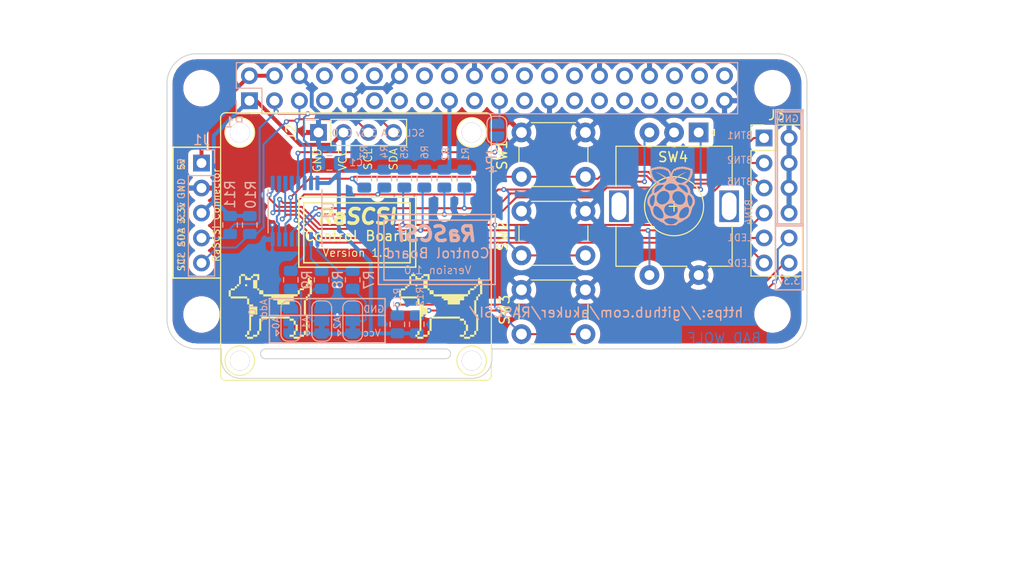
<source format=kicad_pcb>
(kicad_pcb (version 20171130) (host pcbnew "(5.1.12)-1")
  (title_block (date "15 nov 2012"))
  (layers (0 F.Cu signal) (31 B.Cu signal) (34 B.Paste user) (35 F.Paste user) (36 B.SilkS user) (37 F.SilkS user) (38 B.Mask user) (39 F.Mask user) (44 Edge.Cuts user))
  (net 0 "")
  (net 1 +3V3)
  (net 2 +5V)
  (net 3 GND)
  (net 4 "/GPIO2(SDA1)")
  (net 5 "/GPIO3(SCL1)")
  (net 6 "/GPIO9(SPI0_MISO)")
  (net 7 "Net-(JP2-Pad2)")
  (net 8 "Net-(JP3-Pad2)")
  (net 9 /BUTTON_1)
  (net 10 /BUTTON_2)
  (net 11 /BUTTON_3)
  (net 12 /ROTARY_ENC_B)
  (net 13 /ROTARY_ENC_A)
  (net 14 /BUTTON_4)
  (net 15 "Net-(R7-Pad2)")
  (net 16 "Net-(R8-Pad2)")
  (net 17 "Net-(R9-Pad2)")
  (net 18 "Net-(JP1-Pad2)")
  (net 19 "Net-(JP4-Pad1)")
  (net 20 "Net-(J3-Pad12)")
  (net 21 /LED_2)
  (net 22 "Net-(J3-Pad10)")
  (net 23 /LED_1)
  (net 24 "/GPIO21(SPI1_SCK)")
  (net 25 "/GPIO20(SPI1_MOSI)")
  (net 26 /GPIO26)
  (net 27 /GPIO16)
  (net 28 "/GPIO19(SPI1_MISO)")
  (net 29 "/GPIO13(PWM1)")
  (net 30 "/GPIO12(PWM0)")
  (net 31 /GPIO6)
  (net 32 /GPIO5)
  (net 33 /ID_SC)
  (net 34 /ID_SD)
  (net 35 "/GPIO7(SPI1_CE_N)")
  (net 36 "/GPIO8(SPI0_CE_N)")
  (net 37 "/GPIO11(SPI0_SCK)")
  (net 38 "/GPIO25(GEN6)")
  (net 39 "/GPIO10(SPI0_MOSI)")
  (net 40 "/GPIO24(GEN5)")
  (net 41 "/GPIO23(GEN4)")
  (net 42 "/GPIO22(GEN3)")
  (net 43 "/GPIO27(GEN2)")
  (net 44 "/GPIO18(GEN1)(PWM0)")
  (net 45 "/GPIO17(GEN0)")
  (net 46 "/GPIO15(RXD0)")
  (net 47 "/GPIO14(TXD0)")
  (net 48 "/GPIO4(GCLK)")
  (module mousebites:dogcow (layer F.Cu) (at 227.8 119.7)
    (fp_text reference G*** hide)
    (fp_text value LOGO hide)
  )
  (module mousebites:pi_logo (layer B.Cu) (at 251.2 108.5 180)
    (fp_text reference G*** hide)
    (fp_text value LOGO hide)
  )
  (module mousebites:dogcow (layer F.Cu) (at 210.5 119.7)
    (fp_text reference G*** hide)
    (fp_text value LOGO hide)
  )
  (module mousebites:OLED_Footprint (layer F.Cu) (at 223 102 270)
    (fp_text reference J2 (at 0 10.39 90) (layer F.SilkS))
    (fp_text value "OLED Connector")
    (fp_text user GND (at 2.825738 7.747 90) (layer F.SilkS) (effects (font (size 0.8 0.8) (thickness 0.1))))
    (fp_text user VCC (at 2.749548 5.164666 90) (layer F.SilkS) (effects (font (size 0.8 0.8) (thickness 0.1))))
    (fp_text user SCL (at 2.711453 2.582333 90) (layer F.SilkS) (effects (font (size 0.8 0.8) (thickness 0.1))))
    (fp_text user SDA (at 2.7305 0 90) (layer F.SilkS) (effects (font (size 0.8 0.8) (thickness 0.1))))
    (pad 5 thru_hole circle (at 23.2 15.61 270) (size 2 2) (drill 2) (layers *.Cu *.Mask))
    (pad 5 thru_hole circle (at 23.2 -7.94 270) (size 2 2) (drill 2) (layers *.Cu *.Mask))
    (pad 5 thru_hole circle (at 0 15.61 270) (size 2 2) (drill 2) (layers *.Cu *.Mask))
    (pad 5 thru_hole circle (at 0 -7.94 270) (size 2 2) (drill 2) (layers *.Cu *.Mask))
    (pad 1 thru_hole rect (at 0 7.62 90) (size 1.7 1.7) (drill 1) (layers *.Cu *.Mask) (net 3 GND))
    (pad 2 thru_hole oval (at 0 5.08 90) (size 1.7 1.7) (drill 1) (layers *.Cu *.Mask) (net 1 +3V3))
    (pad 3 thru_hole oval (at 0 2.54 90) (size 1.7 1.7) (drill 1) (layers *.Cu *.Mask) (net 5 "/GPIO3(SCL1)"))
    (pad 4 thru_hole oval (at 0 0 90) (size 1.7 1.7) (drill 1) (layers *.Cu *.Mask) (net 4 "/GPIO2(SDA1)"))
  )
  (module Connector_PinHeader_2.54mm:PinHeader_2x06_P2.54mm_Vertical (layer F.Cu) (at 260.6425 102.5655)
    (fp_text reference J3 (at 1.27 -2.33) (layer F.SilkS))
    (fp_text value Conn_02x06_Odd_Even)
    (pad 12 thru_hole oval (at 2.54 12.7) (size 1.7 1.7) (drill 1) (layers *.Cu *.Mask) (net 20 "Net-(J3-Pad12)"))
    (pad 11 thru_hole oval (at 0 12.7) (size 1.7 1.7) (drill 1) (layers *.Cu *.Mask) (net 21 /LED_2))
    (pad 10 thru_hole oval (at 2.54 10.16) (size 1.7 1.7) (drill 1) (layers *.Cu *.Mask) (net 22 "Net-(J3-Pad10)"))
    (pad 9 thru_hole oval (at 0 10.16) (size 1.7 1.7) (drill 1) (layers *.Cu *.Mask) (net 23 /LED_1))
    (pad 8 thru_hole oval (at 2.54 7.62) (size 1.7 1.7) (drill 1) (layers *.Cu *.Mask) (net 3 GND))
    (pad 7 thru_hole oval (at 0 7.62) (size 1.7 1.7) (drill 1) (layers *.Cu *.Mask) (net 14 /BUTTON_4))
    (pad 6 thru_hole oval (at 2.54 5.08) (size 1.7 1.7) (drill 1) (layers *.Cu *.Mask) (net 3 GND))
    (pad 5 thru_hole oval (at 0 5.08) (size 1.7 1.7) (drill 1) (layers *.Cu *.Mask) (net 11 /BUTTON_3))
    (pad 4 thru_hole oval (at 2.54 2.54) (size 1.7 1.7) (drill 1) (layers *.Cu *.Mask) (net 3 GND))
    (pad 3 thru_hole oval (at 0 2.54) (size 1.7 1.7) (drill 1) (layers *.Cu *.Mask) (net 10 /BUTTON_2))
    (pad 2 thru_hole oval (at 2.54 0) (size 1.7 1.7) (drill 1) (layers *.Cu *.Mask) (net 3 GND))
    (pad 1 thru_hole rect (at 0 0) (size 1.7 1.7) (drill 1) (layers *.Cu *.Mask) (net 9 /BUTTON_1))
  )
  (module Package_SO:TSSOP-16_4.4x5mm_P0.65mm (layer B.Cu) (at 213 110 90)
    (fp_text reference U1 (at 0 3.45 90) (layer B.SilkS) (effects (justify mirror)))
    (fp_text value PCA9554APW,118)
    (pad 16 smd roundrect (at 2.8625 2.275 90) (size 1.475 0.4) (layers B.Cu B.Paste B.Mask) (net 1 +3V3))
    (pad 15 smd roundrect (at 2.8625 1.625 90) (size 1.475 0.4) (layers B.Cu B.Paste B.Mask) (net 4 "/GPIO2(SDA1)"))
    (pad 14 smd roundrect (at 2.8625 0.975 90) (size 1.475 0.4) (layers B.Cu B.Paste B.Mask) (net 5 "/GPIO3(SCL1)"))
    (pad 13 smd roundrect (at 2.8625 0.325 90) (size 1.475 0.4) (layers B.Cu B.Paste B.Mask) (net 19 "Net-(JP4-Pad1)"))
    (pad 12 smd roundrect (at 2.8625 -0.325 90) (size 1.475 0.4) (layers B.Cu B.Paste B.Mask) (net 21 /LED_2))
    (pad 11 smd roundrect (at 2.8625 -0.975 90) (size 1.475 0.4) (layers B.Cu B.Paste B.Mask) (net 23 /LED_1))
    (pad 10 smd roundrect (at 2.8625 -1.625 90) (size 1.475 0.4) (layers B.Cu B.Paste B.Mask) (net 14 /BUTTON_4))
    (pad 9 smd roundrect (at 2.8625 -2.275 90) (size 1.475 0.4) (layers B.Cu B.Paste B.Mask) (net 11 /BUTTON_3))
    (pad 8 smd roundrect (at -2.8625 -2.275 90) (size 1.475 0.4) (layers B.Cu B.Paste B.Mask) (net 3 GND))
    (pad 7 smd roundrect (at -2.8625 -1.625 90) (size 1.475 0.4) (layers B.Cu B.Paste B.Mask) (net 10 /BUTTON_2))
    (pad 6 smd roundrect (at -2.8625 -0.975 90) (size 1.475 0.4) (layers B.Cu B.Paste B.Mask) (net 9 /BUTTON_1))
    (pad 5 smd roundrect (at -2.8625 -0.325 90) (size 1.475 0.4) (layers B.Cu B.Paste B.Mask) (net 12 /ROTARY_ENC_B))
    (pad 4 smd roundrect (at -2.8625 0.325 90) (size 1.475 0.4) (layers B.Cu B.Paste B.Mask) (net 13 /ROTARY_ENC_A))
    (pad 3 smd roundrect (at -2.8625 0.975 90) (size 1.475 0.4) (layers B.Cu B.Paste B.Mask) (net 17 "Net-(R9-Pad2)"))
    (pad 2 smd roundrect (at -2.8625 1.625 90) (size 1.475 0.4) (layers B.Cu B.Paste B.Mask) (net 16 "Net-(R8-Pad2)"))
    (pad 1 smd roundrect (at -2.8625 2.275 90) (size 1.475 0.4) (layers B.Cu B.Paste B.Mask) (net 15 "Net-(R7-Pad2)"))
  )
  (module Jumper:SolderJumper-3_P1.3mm_Bridged12_RoundedPad1.0x1.5mm (layer B.Cu) (at 212.573 121.171 90)
    (fp_text reference JP3 hide)
    (fp_text value SolderJumper_3_Bridged12)
    (fp_poly (pts (xy -0.9 0.3) (xy -0.4 0.3) (xy -0.4 -0.3) (xy -0.9 -0.3)) (layer B.Cu) (width 0))
    (pad 1 smd custom (at -1.3 0 90) (size 1 0.5) (layers B.Cu B.Mask) (net 1 +3V3) (options (clearance outline) (anchor rect)) (primitives (gr_circle (center 0 -0.25) (end 0.5 -0.25) (width 0)) (gr_circle (center 0 0.25) (end 0.5 0.25) (width 0)) (gr_poly (pts (xy 0.55 0.75) (xy 0 0.75) (xy 0 -0.75) (xy 0.55 -0.75)) (width 0))))
    (pad 2 smd rect (at 0 0 90) (size 1 1.5) (layers B.Cu B.Mask) (net 8 "Net-(JP3-Pad2)"))
    (pad 3 smd custom (at 1.3 0 90) (size 1 0.5) (layers B.Cu B.Mask) (net 3 GND) (options (clearance outline) (anchor rect)) (primitives (gr_circle (center 0 -0.25) (end 0.5 -0.25) (width 0)) (gr_circle (center 0 0.25) (end 0.5 0.25) (width 0)) (gr_poly (pts (xy -0.55 0.75) (xy 0 0.75) (xy 0 -0.75) (xy -0.55 -0.75)) (width 0))))
  )
  (module Jumper:SolderJumper-3_P1.3mm_Bridged12_RoundedPad1.0x1.5mm (layer B.Cu) (at 215.71625 121.171 90)
    (fp_text reference JP2 hide)
    (fp_text value SolderJumper_3_Bridged12)
    (fp_poly (pts (xy -0.9 0.3) (xy -0.4 0.3) (xy -0.4 -0.3) (xy -0.9 -0.3)) (layer B.Cu) (width 0))
    (pad 1 smd custom (at -1.3 0 90) (size 1 0.5) (layers B.Cu B.Mask) (net 1 +3V3) (options (clearance outline) (anchor rect)) (primitives (gr_circle (center 0 -0.25) (end 0.5 -0.25) (width 0)) (gr_circle (center 0 0.25) (end 0.5 0.25) (width 0)) (gr_poly (pts (xy 0.55 0.75) (xy 0 0.75) (xy 0 -0.75) (xy 0.55 -0.75)) (width 0))))
    (pad 2 smd rect (at 0 0 90) (size 1 1.5) (layers B.Cu B.Mask) (net 7 "Net-(JP2-Pad2)"))
    (pad 3 smd custom (at 1.3 0 90) (size 1 0.5) (layers B.Cu B.Mask) (net 3 GND) (options (clearance outline) (anchor rect)) (primitives (gr_circle (center 0 -0.25) (end 0.5 -0.25) (width 0)) (gr_circle (center 0 0.25) (end 0.5 0.25) (width 0)) (gr_poly (pts (xy -0.55 0.75) (xy 0 0.75) (xy 0 -0.75) (xy -0.55 -0.75)) (width 0))))
  )
  (module Jumper:SolderJumper-3_P1.3mm_Bridged12_RoundedPad1.0x1.5mm (layer B.Cu) (at 218.8595 121.171 90)
    (fp_text reference JP1 hide)
    (fp_text value SolderJumper_3_Bridged12)
    (fp_poly (pts (xy -0.9 0.3) (xy -0.4 0.3) (xy -0.4 -0.3) (xy -0.9 -0.3)) (layer B.Cu) (width 0))
    (pad 1 smd custom (at -1.3 0 90) (size 1 0.5) (layers B.Cu B.Mask) (net 1 +3V3) (options (clearance outline) (anchor rect)) (primitives (gr_circle (center 0 -0.25) (end 0.5 -0.25) (width 0)) (gr_circle (center 0 0.25) (end 0.5 0.25) (width 0)) (gr_poly (pts (xy 0.55 0.75) (xy 0 0.75) (xy 0 -0.75) (xy 0.55 -0.75)) (width 0))))
    (pad 2 smd rect (at 0 0 90) (size 1 1.5) (layers B.Cu B.Mask) (net 18 "Net-(JP1-Pad2)"))
    (pad 3 smd custom (at 1.3 0 90) (size 1 0.5) (layers B.Cu B.Mask) (net 3 GND) (options (clearance outline) (anchor rect)) (primitives (gr_circle (center 0 -0.25) (end 0.5 -0.25) (width 0)) (gr_circle (center 0 0.25) (end 0.5 0.25) (width 0)) (gr_poly (pts (xy -0.55 0.75) (xy 0 0.75) (xy 0 -0.75) (xy -0.55 -0.75)) (width 0))))
  )
  (module Resistor_SMD:R_0805_2012Metric (layer B.Cu) (at 228.167615 106.693 270)
    (fp_text reference R2 (at -2.493 -0.132385 90) (layer B.SilkS) (effects (font (size 0.7 0.7) (thickness 0.1)) (justify mirror)))
    (fp_text value 10k)
    (pad 2 smd roundrect (at 0.9125 0 270) (size 1.025 1.4) (layers B.Cu B.Paste B.Mask) (roundrect_rratio 0.2439004878048781) (net 13 /ROTARY_ENC_A))
    (pad 1 smd roundrect (at -0.9125 0 270) (size 1.025 1.4) (layers B.Cu B.Paste B.Mask) (roundrect_rratio 0.2439004878048781) (net 1 +3V3))
  )
  (module Resistor_SMD:R_0805_2012Metric (layer B.Cu) (at 230.2 106.693 270)
    (fp_text reference R1 (at -2.493 -0.1 270) (layer B.SilkS) (effects (font (size 0.7 0.7) (thickness 0.1)) (justify mirror)))
    (fp_text value 10k)
    (pad 2 smd roundrect (at 0.9125 0 270) (size 1.025 1.4) (layers B.Cu B.Paste B.Mask) (roundrect_rratio 0.2439004878048781) (net 12 /ROTARY_ENC_B))
    (pad 1 smd roundrect (at -0.9125 0 270) (size 1.025 1.4) (layers B.Cu B.Paste B.Mask) (roundrect_rratio 0.2439004878048781) (net 1 +3V3))
  )
  (module Resistor_SMD:R_0805_2012Metric (layer B.Cu) (at 223.391501 121.507 270)
    (fp_text reference R13 (at -2.707 -0.008499 90) (layer B.SilkS) (effects (font (size 0.7 0.7) (thickness 0.1)) (justify mirror)))
    (fp_text value 10k)
    (pad 2 smd roundrect (at 0.9125 0 270) (size 1.025 1.4) (layers B.Cu B.Paste B.Mask) (roundrect_rratio 0.2439004878048781) (net 1 +3V3))
    (pad 1 smd roundrect (at -0.9125 0 270) (size 1.025 1.4) (layers B.Cu B.Paste B.Mask) (roundrect_rratio 0.2439004878048781) (net 20 "Net-(J3-Pad12)"))
  )
  (module Resistor_SMD:R_0805_2012Metric (layer B.Cu) (at 225.365585 121.507 270)
    (fp_text reference R12 (at -2.807 -0.334415 270) (layer B.SilkS) (effects (font (size 0.7 0.7) (thickness 0.1)) (justify mirror)))
    (fp_text value 10k)
    (pad 2 smd roundrect (at 0.9125 0 270) (size 1.025 1.4) (layers B.Cu B.Paste B.Mask) (roundrect_rratio 0.2439004878048781) (net 1 +3V3))
    (pad 1 smd roundrect (at -0.9125 0 270) (size 1.025 1.4) (layers B.Cu B.Paste B.Mask) (roundrect_rratio 0.2439004878048781) (net 22 "Net-(J3-Pad10)"))
  )
  (module Resistor_SMD:R_0805_2012Metric (layer B.Cu) (at 206.4 111.4 270)
    (fp_text reference R11 (at -3.1 0 90) (layer B.SilkS) (effects (justify mirror)))
    (fp_text value 10k)
    (pad 2 smd roundrect (at 0.9125 0 270) (size 1.025 1.4) (layers B.Cu B.Paste B.Mask) (roundrect_rratio 0.2439004878048781) (net 4 "/GPIO2(SDA1)"))
    (pad 1 smd roundrect (at -0.9125 0 270) (size 1.025 1.4) (layers B.Cu B.Paste B.Mask) (roundrect_rratio 0.2439004878048781) (net 1 +3V3))
  )
  (module Resistor_SMD:R_0805_2012Metric (layer B.Cu) (at 208.4 111.4 90)
    (fp_text reference R10 (at 3.081 0.1 90) (layer B.SilkS) (effects (justify mirror)))
    (fp_text value 10k)
    (pad 2 smd roundrect (at 0.9125 0 90) (size 1.025 1.4) (layers B.Cu B.Paste B.Mask) (roundrect_rratio 0.2439004878048781) (net 1 +3V3))
    (pad 1 smd roundrect (at -0.9125 0 90) (size 1.025 1.4) (layers B.Cu B.Paste B.Mask) (roundrect_rratio 0.2439004878048781) (net 5 "/GPIO3(SCL1)"))
  )
  (module Capacitor_SMD:C_0805_2012Metric (layer B.Cu) (at 216.5 105.1 180)
    (fp_text reference C1 (at -2.713 0.034) (layer B.SilkS) (effects (font (size 0.7 0.7) (thickness 0.1)) (justify mirror)))
    (fp_text value 100n)
    (pad 2 smd roundrect (at 0.95 0 180) (size 1 1.45) (layers B.Cu B.Paste B.Mask) (net 3 GND))
    (pad 1 smd roundrect (at -0.95 0 180) (size 1 1.45) (layers B.Cu B.Paste B.Mask) (net 1 +3V3))
  )
  (module Rotary_Encoder:RotaryEncoder_Alps_EC11E-Switch_Vertical_H20mm (layer F.Cu) (at 254 102 270)
    (fp_text reference SW4 (at 2.5 2.6 180) (layer F.SilkS))
    (fp_text value Rotary_Encoder_Switch)
    (pad A thru_hole rect (at 0 0 270) (size 2 2) (drill 1) (layers *.Cu *.Mask) (net 13 /ROTARY_ENC_A))
    (pad C thru_hole circle (at 0 2.5 270) (size 2 2) (drill 1) (layers *.Cu *.Mask) (net 3 GND))
    (pad B thru_hole circle (at 0 5 270) (size 2 2) (drill 1) (layers *.Cu *.Mask) (net 12 /ROTARY_ENC_B))
    (pad MP thru_hole rect (at 7.5 -3.1 270) (size 3.2 2) (drill oval 2.8 1.5) (layers *.Cu *.Mask))
    (pad MP thru_hole rect (at 7.5 8.1 270) (size 3.2 2) (drill oval 2.8 1.5) (layers *.Cu *.Mask))
    (pad S2 thru_hole circle (at 14.5 0 270) (size 2 2) (drill 1) (layers *.Cu *.Mask) (net 3 GND))
    (pad S1 thru_hole circle (at 14.5 5 270) (size 2 2) (drill 1) (layers *.Cu *.Mask) (net 14 /BUTTON_4))
  )
  (module Button_Switch_THT:SW_PUSH_6mm_H5mm (layer F.Cu) (at 236 118)
    (fp_text reference SW3 (at -1.7145 2.032 90) (layer F.SilkS))
    (fp_text value SW_SPST)
    (pad 1 thru_hole circle (at 6.5 0 90) (size 2 2) (drill 1.1) (layers *.Cu *.Mask) (net 3 GND))
    (pad 2 thru_hole circle (at 6.5 4.5 90) (size 2 2) (drill 1.1) (layers *.Cu *.Mask) (net 11 /BUTTON_3))
    (pad 1 thru_hole circle (at 0 0 90) (size 2 2) (drill 1.1) (layers *.Cu *.Mask) (net 3 GND))
    (pad 2 thru_hole circle (at 0 4.5 90) (size 2 2) (drill 1.1) (layers *.Cu *.Mask) (net 11 /BUTTON_3))
  )
  (module Button_Switch_THT:SW_PUSH_6mm_H5mm (layer F.Cu) (at 236 110)
    (fp_text reference SW2 (at -1.905 2.54 90) (layer F.SilkS))
    (fp_text value SW_SPST)
    (pad 1 thru_hole circle (at 6.5 0 90) (size 2 2) (drill 1.1) (layers *.Cu *.Mask) (net 3 GND))
    (pad 2 thru_hole circle (at 6.5 4.5 90) (size 2 2) (drill 1.1) (layers *.Cu *.Mask) (net 10 /BUTTON_2))
    (pad 1 thru_hole circle (at 0 0 90) (size 2 2) (drill 1.1) (layers *.Cu *.Mask) (net 3 GND))
    (pad 2 thru_hole circle (at 0 4.5 90) (size 2 2) (drill 1.1) (layers *.Cu *.Mask) (net 10 /BUTTON_2))
  )
  (module Button_Switch_THT:SW_PUSH_6mm_H5mm (layer F.Cu) (at 236 102)
    (fp_text reference SW1 (at -1.9685 2.286 90) (layer F.SilkS))
    (fp_text value SW_SPST)
    (pad 1 thru_hole circle (at 6.5 0 90) (size 2 2) (drill 1.1) (layers *.Cu *.Mask) (net 3 GND))
    (pad 2 thru_hole circle (at 6.5 4.5 90) (size 2 2) (drill 1.1) (layers *.Cu *.Mask) (net 9 /BUTTON_1))
    (pad 1 thru_hole circle (at 0 0 90) (size 2 2) (drill 1.1) (layers *.Cu *.Mask) (net 3 GND))
    (pad 2 thru_hole circle (at 0 4.5 90) (size 2 2) (drill 1.1) (layers *.Cu *.Mask) (net 9 /BUTTON_1))
  )
  (module Resistor_SMD:R_0805_2012Metric (layer B.Cu) (at 212.573 116.98 90)
    (fp_text reference R9 (at 0 1.65 90) (layer B.SilkS) (effects (justify mirror)))
    (fp_text value 10k)
    (pad 2 smd roundrect (at 0.9125 0 90) (size 1.025 1.4) (layers B.Cu B.Paste B.Mask) (roundrect_rratio 0.2439004878048781) (net 17 "Net-(R9-Pad2)"))
    (pad 1 smd roundrect (at -0.9125 0 90) (size 1.025 1.4) (layers B.Cu B.Paste B.Mask) (roundrect_rratio 0.2439004878048781) (net 8 "Net-(JP3-Pad2)"))
  )
  (module Resistor_SMD:R_0805_2012Metric (layer B.Cu) (at 215.7 116.98 90)
    (fp_text reference R8 (at 0 1.65 90) (layer B.SilkS) (effects (justify mirror)))
    (fp_text value 10k)
    (pad 2 smd roundrect (at 0.9125 0 90) (size 1.025 1.4) (layers B.Cu B.Paste B.Mask) (roundrect_rratio 0.2439004878048781) (net 16 "Net-(R8-Pad2)"))
    (pad 1 smd roundrect (at -0.9125 0 90) (size 1.025 1.4) (layers B.Cu B.Paste B.Mask) (roundrect_rratio 0.2439004878048781) (net 7 "Net-(JP2-Pad2)"))
  )
  (module Resistor_SMD:R_0805_2012Metric (layer B.Cu) (at 218.8595 116.98 90)
    (fp_text reference R7 (at 0 1.65 90) (layer B.SilkS) (effects (justify mirror)))
    (fp_text value 10k)
    (pad 2 smd roundrect (at 0.9125 0 90) (size 1.025 1.4) (layers B.Cu B.Paste B.Mask) (roundrect_rratio 0.2439004878048781) (net 15 "Net-(R7-Pad2)"))
    (pad 1 smd roundrect (at -0.9125 0 90) (size 1.025 1.4) (layers B.Cu B.Paste B.Mask) (roundrect_rratio 0.2439004878048781) (net 18 "Net-(JP1-Pad2)"))
  )
  (module Resistor_SMD:R_0805_2012Metric (layer B.Cu) (at 226.135232 106.693 270)
    (fp_text reference R6 (at -2.693 -0.039668 90) (layer B.SilkS) (effects (font (size 0.7 0.7) (thickness 0.1)) (justify mirror)))
    (fp_text value 10k)
    (pad 2 smd roundrect (at 0.9125 0 270) (size 1.025 1.4) (layers B.Cu B.Paste B.Mask) (roundrect_rratio 0.2439004878048781) (net 14 /BUTTON_4))
    (pad 1 smd roundrect (at -0.9125 0 270) (size 1.025 1.4) (layers B.Cu B.Paste B.Mask) (roundrect_rratio 0.2439004878048781) (net 1 +3V3))
  )
  (module Resistor_SMD:R_0805_2012Metric (layer B.Cu) (at 224.102849 106.693 270)
    (fp_text reference R5 (at -2.693 -0.013751 90) (layer B.SilkS) (effects (font (size 0.7 0.7) (thickness 0.1)) (justify mirror)))
    (fp_text value 10k)
    (pad 2 smd roundrect (at 0.9125 0 270) (size 1.025 1.4) (layers B.Cu B.Paste B.Mask) (roundrect_rratio 0.2439004878048781) (net 11 /BUTTON_3))
    (pad 1 smd roundrect (at -0.9125 0 270) (size 1.025 1.4) (layers B.Cu B.Paste B.Mask) (roundrect_rratio 0.2439004878048781) (net 1 +3V3))
  )
  (module Resistor_SMD:R_0805_2012Metric (layer B.Cu) (at 222.070466 106.693 270)
    (fp_text reference R4 (at -2.7305 0.012166 270) (layer B.SilkS) (effects (font (size 0.7 0.7) (thickness 0.1)) (justify mirror)))
    (fp_text value 10k)
    (pad 2 smd roundrect (at 0.9125 0 270) (size 1.025 1.4) (layers B.Cu B.Paste B.Mask) (roundrect_rratio 0.2439004878048781) (net 10 /BUTTON_2))
    (pad 1 smd roundrect (at -0.9125 0 270) (size 1.025 1.4) (layers B.Cu B.Paste B.Mask) (roundrect_rratio 0.2439004878048781) (net 1 +3V3))
  )
  (module Resistor_SMD:R_0805_2012Metric (layer B.Cu) (at 220.038083 106.693 270)
    (fp_text reference R3 (at -2.693 0.038083 90) (layer B.SilkS) (effects (font (size 0.7 0.7) (thickness 0.1)) (justify mirror)))
    (fp_text value 10k)
    (pad 2 smd roundrect (at 0.9125 0 270) (size 1.025 1.4) (layers B.Cu B.Paste B.Mask) (roundrect_rratio 0.2439004878048781) (net 9 /BUTTON_1))
    (pad 1 smd roundrect (at -0.9125 0 270) (size 1.025 1.4) (layers B.Cu B.Paste B.Mask) (roundrect_rratio 0.2439004878048781) (net 1 +3V3))
  )
  (module Jumper:SolderJumper-2_P1.3mm_Open_RoundedPad1.0x1.5mm (layer B.Cu) (at 233.5 101.75 90)
    (fp_text reference JP4 (at -3.1115 -0.508 270) (layer B.SilkS) (effects (justify mirror)))
    (fp_text value SolderJumper_2_Open)
    (pad 2 smd custom (at 0.65 0 90) (size 1 0.5) (layers B.Cu B.Mask) (net 6 "/GPIO9(SPI0_MISO)") (options (clearance outline) (anchor rect)) (primitives (gr_circle (center 0 -0.25) (end 0.5 -0.25) (width 0)) (gr_circle (center 0 0.25) (end 0.5 0.25) (width 0)) (gr_poly (pts (xy 0 0.75) (xy -0.5 0.75) (xy -0.5 -0.75) (xy 0 -0.75)) (width 0))))
    (pad 1 smd custom (at -0.65 0 90) (size 1 0.5) (layers B.Cu B.Mask) (net 19 "Net-(JP4-Pad1)") (options (clearance outline) (anchor rect)) (primitives (gr_circle (center 0 -0.25) (end 0.5 -0.25) (width 0)) (gr_circle (center 0 0.25) (end 0.5 0.25) (width 0)) (gr_poly (pts (xy 0 0.75) (xy 0.5 0.75) (xy 0.5 -0.75) (xy 0 -0.75)) (width 0))))
  )
  (module Connector_PinHeader_2.54mm:PinHeader_1x05_P2.54mm_Vertical (layer B.Cu) (at 203.5 105.11 180)
    (fp_text reference J1 (at 0 2.33) (layer B.SilkS) (effects (justify mirror)))
    (fp_text value "RaSCSI Connector")
    (pad 5 thru_hole oval (at 0 -10.16 180) (size 1.7 1.7) (drill 1) (layers *.Cu *.Mask) (net 5 "/GPIO3(SCL1)"))
    (pad 4 thru_hole oval (at 0 -7.62 180) (size 1.7 1.7) (drill 1) (layers *.Cu *.Mask) (net 4 "/GPIO2(SDA1)"))
    (pad 3 thru_hole oval (at 0 -5.08 180) (size 1.7 1.7) (drill 1) (layers *.Cu *.Mask) (net 1 +3V3))
    (pad 2 thru_hole oval (at 0 -2.54 180) (size 1.7 1.7) (drill 1) (layers *.Cu *.Mask) (net 3 GND))
    (pad 1 thru_hole rect (at 0 0 180) (size 1.7 1.7) (drill 1) (layers *.Cu *.Mask) (net 2 +5V))
  )
  (module Connector_PinSocket_2.54mm:PinSocket_2x20_P2.54mm_Vertical (layer B.Cu) (at 208.37 98.77 270)
    (fp_text reference P1 (at 2.208 1.512) (layer B.SilkS) (effects (justify mirror)))
    (fp_text value Conn_02x20_Odd_Even)
    (pad 40 thru_hole oval (at -2.54 -48.26 270) (size 1.7 1.7) (drill 1) (layers *.Cu *.Mask) (net 24 "/GPIO21(SPI1_SCK)"))
    (pad 39 thru_hole oval (at 0 -48.26 270) (size 1.7 1.7) (drill 1) (layers *.Cu *.Mask) (net 3 GND))
    (pad 38 thru_hole oval (at -2.54 -45.72 270) (size 1.7 1.7) (drill 1) (layers *.Cu *.Mask) (net 25 "/GPIO20(SPI1_MOSI)"))
    (pad 37 thru_hole oval (at 0 -45.72 270) (size 1.7 1.7) (drill 1) (layers *.Cu *.Mask) (net 26 /GPIO26))
    (pad 36 thru_hole oval (at -2.54 -43.18 270) (size 1.7 1.7) (drill 1) (layers *.Cu *.Mask) (net 27 /GPIO16))
    (pad 35 thru_hole oval (at 0 -43.18 270) (size 1.7 1.7) (drill 1) (layers *.Cu *.Mask) (net 28 "/GPIO19(SPI1_MISO)"))
    (pad 34 thru_hole oval (at -2.54 -40.64 270) (size 1.7 1.7) (drill 1) (layers *.Cu *.Mask) (net 3 GND))
    (pad 33 thru_hole oval (at 0 -40.64 270) (size 1.7 1.7) (drill 1) (layers *.Cu *.Mask) (net 29 "/GPIO13(PWM1)"))
    (pad 32 thru_hole oval (at -2.54 -38.1 270) (size 1.7 1.7) (drill 1) (layers *.Cu *.Mask) (net 30 "/GPIO12(PWM0)"))
    (pad 31 thru_hole oval (at 0 -38.1 270) (size 1.7 1.7) (drill 1) (layers *.Cu *.Mask) (net 31 /GPIO6))
    (pad 30 thru_hole oval (at -2.54 -35.56 270) (size 1.7 1.7) (drill 1) (layers *.Cu *.Mask) (net 3 GND))
    (pad 29 thru_hole oval (at 0 -35.56 270) (size 1.7 1.7) (drill 1) (layers *.Cu *.Mask) (net 32 /GPIO5))
    (pad 28 thru_hole oval (at -2.54 -33.02 270) (size 1.7 1.7) (drill 1) (layers *.Cu *.Mask) (net 33 /ID_SC))
    (pad 27 thru_hole oval (at 0 -33.02 270) (size 1.7 1.7) (drill 1) (layers *.Cu *.Mask) (net 34 /ID_SD))
    (pad 26 thru_hole oval (at -2.54 -30.48 270) (size 1.7 1.7) (drill 1) (layers *.Cu *.Mask) (net 35 "/GPIO7(SPI1_CE_N)"))
    (pad 25 thru_hole oval (at 0 -30.48 270) (size 1.7 1.7) (drill 1) (layers *.Cu *.Mask) (net 3 GND))
    (pad 24 thru_hole oval (at -2.54 -27.94 270) (size 1.7 1.7) (drill 1) (layers *.Cu *.Mask) (net 36 "/GPIO8(SPI0_CE_N)"))
    (pad 23 thru_hole oval (at 0 -27.94 270) (size 1.7 1.7) (drill 1) (layers *.Cu *.Mask) (net 37 "/GPIO11(SPI0_SCK)"))
    (pad 22 thru_hole oval (at -2.54 -25.4 270) (size 1.7 1.7) (drill 1) (layers *.Cu *.Mask) (net 38 "/GPIO25(GEN6)"))
    (pad 21 thru_hole oval (at 0 -25.4 270) (size 1.7 1.7) (drill 1) (layers *.Cu *.Mask) (net 6 "/GPIO9(SPI0_MISO)"))
    (pad 20 thru_hole oval (at -2.54 -22.86 270) (size 1.7 1.7) (drill 1) (layers *.Cu *.Mask) (net 3 GND))
    (pad 19 thru_hole oval (at 0 -22.86 270) (size 1.7 1.7) (drill 1) (layers *.Cu *.Mask) (net 39 "/GPIO10(SPI0_MOSI)"))
    (pad 18 thru_hole oval (at -2.54 -20.32 270) (size 1.7 1.7) (drill 1) (layers *.Cu *.Mask) (net 40 "/GPIO24(GEN5)"))
    (pad 17 thru_hole oval (at 0 -20.32 270) (size 1.7 1.7) (drill 1) (layers *.Cu *.Mask) (net 1 +3V3))
    (pad 16 thru_hole oval (at -2.54 -17.78 270) (size 1.7 1.7) (drill 1) (layers *.Cu *.Mask) (net 41 "/GPIO23(GEN4)"))
    (pad 15 thru_hole oval (at 0 -17.78 270) (size 1.7 1.7) (drill 1) (layers *.Cu *.Mask) (net 42 "/GPIO22(GEN3)"))
    (pad 14 thru_hole oval (at -2.54 -15.24 270) (size 1.7 1.7) (drill 1) (layers *.Cu *.Mask) (net 3 GND))
    (pad 13 thru_hole oval (at 0 -15.24 270) (size 1.7 1.7) (drill 1) (layers *.Cu *.Mask) (net 43 "/GPIO27(GEN2)"))
    (pad 12 thru_hole oval (at -2.54 -12.7 270) (size 1.7 1.7) (drill 1) (layers *.Cu *.Mask) (net 44 "/GPIO18(GEN1)(PWM0)"))
    (pad 11 thru_hole oval (at 0 -12.7 270) (size 1.7 1.7) (drill 1) (layers *.Cu *.Mask) (net 45 "/GPIO17(GEN0)"))
    (pad 10 thru_hole oval (at -2.54 -10.16 270) (size 1.7 1.7) (drill 1) (layers *.Cu *.Mask) (net 46 "/GPIO15(RXD0)"))
    (pad 9 thru_hole oval (at 0 -10.16 270) (size 1.7 1.7) (drill 1) (layers *.Cu *.Mask) (net 3 GND))
    (pad 8 thru_hole oval (at -2.54 -7.62 270) (size 1.7 1.7) (drill 1) (layers *.Cu *.Mask) (net 47 "/GPIO14(TXD0)"))
    (pad 7 thru_hole oval (at 0 -7.62 270) (size 1.7 1.7) (drill 1) (layers *.Cu *.Mask) (net 48 "/GPIO4(GCLK)"))
    (pad 6 thru_hole oval (at -2.54 -5.08 270) (size 1.7 1.7) (drill 1) (layers *.Cu *.Mask) (net 3 GND))
    (pad 5 thru_hole oval (at 0 -5.08 270) (size 1.7 1.7) (drill 1) (layers *.Cu *.Mask) (net 5 "/GPIO3(SCL1)"))
    (pad 4 thru_hole oval (at -2.54 -2.54 270) (size 1.7 1.7) (drill 1) (layers *.Cu *.Mask) (net 2 +5V))
    (pad 3 thru_hole oval (at 0 -2.54 270) (size 1.7 1.7) (drill 1) (layers *.Cu *.Mask) (net 4 "/GPIO2(SDA1)"))
    (pad 2 thru_hole oval (at -2.54 0 270) (size 1.7 1.7) (drill 1) (layers *.Cu *.Mask) (net 2 +5V))
    (pad 1 thru_hole rect (at 0 0 270) (size 1.7 1.7) (drill 1) (layers *.Cu *.Mask) (net 1 +3V3))
  )
  (module MountingHole:MountingHole_2.7mm_M2.5 (layer F.Cu) (at 261.5 120.5)
    (fp_text reference MK4)
    (fp_text value M2.5)
    (pad 1 np_thru_hole circle (at 0 0) (size 2.7 2.7) (drill 2.7) (layers *.Cu *.Mask))
  )
  (module MountingHole:MountingHole_2.7mm_M2.5 (layer F.Cu) (at 203.5 120.5)
    (fp_text reference MK3)
    (fp_text value M2.5)
    (pad 1 np_thru_hole circle (at 0 0) (size 2.7 2.7) (drill 2.7) (layers *.Cu *.Mask))
  )
  (module MountingHole:MountingHole_2.7mm_M2.5 (layer F.Cu) (at 261.5 97.5 180)
    (fp_text reference MK2)
    (fp_text value M2.5)
    (pad 1 np_thru_hole circle (at 0 0 180) (size 2.7 2.7) (drill 2.7) (layers *.Cu *.Mask))
  )
  (module MountingHole:MountingHole_2.7mm_M2.5 (layer F.Cu) (at 203.5 97.5 180)
    (fp_text reference MK1)
    (fp_text value M2.5)
    (pad 1 np_thru_hole circle (at 0 0 180) (size 2.7 2.7) (drill 2.7) (layers *.Cu *.Mask))
  )
  (gr_line (start 200.6 116.8) (end 205.4 116.8) (layer F.SilkS) (width 0.15))
  (gr_line (start 200.6 103.5) (end 200.6 116.8) (layer F.SilkS) (width 0.15))
  (gr_line (start 205.4 103.5) (end 200.6 103.5) (layer F.SilkS) (width 0.15))
  (gr_text "RaSCSI Connector" (at 205 110.4 90) (layer F.SilkS) (effects (font (size 0.7 0.7) (thickness 0.1))))
  (gr_line (start 261.8 99.7) (end 261.8 99.9) (layer B.SilkS) (width 0.15))
  (gr_line (start 264.6 99.7) (end 261.8 99.7) (layer B.SilkS) (width 0.15))
  (gr_line (start 264.6 99.9) (end 264.6 99.7) (layer B.SilkS) (width 0.15))
  (gr_line (start 264.4 99.9) (end 264.4 111.3) (layer B.SilkS) (width 0.15))
  (gr_line (start 262 99.9) (end 264.4 99.9) (layer B.SilkS) (width 0.15))
  (gr_line (start 262 111.3) (end 262 99.9) (layer B.SilkS) (width 0.15))
  (gr_line (start 261.8 111.3) (end 262 111.3) (layer B.SilkS) (width 0.15))
  (gr_line (start 264.6 111.3) (end 261.8 111.3) (layer B.SilkS) (width 0.15))
  (gr_line (start 264.6 111.5) (end 264.6 111.3) (layer B.SilkS) (width 0.15))
  (gr_line (start 261.8 111.5) (end 264.6 111.5) (layer B.SilkS) (width 0.15))
  (gr_line (start 264.6 99.9) (end 261.8 99.9) (layer B.SilkS) (width 0.15))
  (gr_line (start 264.6 118) (end 264.6 99.9) (layer B.SilkS) (width 0.15))
  (gr_line (start 261.8 118) (end 264.6 118) (layer B.SilkS) (width 0.15))
  (gr_line (start 261.8 99.9) (end 261.8 118) (layer B.SilkS) (width 0.15))
  (gr_text GND (at 263.1 100.6) (layer B.SilkS) (effects (font (size 0.7 0.7) (thickness 0.1)) (justify mirror)))
  (gr_text "3.3v\n" (at 263.2 117.1) (layer B.SilkS) (effects (font (size 0.7 0.7) (thickness 0.1)) (justify mirror)))
  (gr_text LED2 (at 258.2 115.3) (layer B.SilkS) (effects (font (size 0.7 0.7) (thickness 0.1)) (justify mirror)))
  (gr_text LED1 (at 258.2 112.7) (layer B.SilkS) (effects (font (size 0.7 0.7) (thickness 0.1)) (justify mirror)))
  (gr_text BTN4 (at 259.1 110.1 90) (layer B.SilkS) (effects (font (size 0.7 0.7) (thickness 0.1)) (justify mirror)))
  (gr_text BTN3 (at 258.2 107) (layer B.SilkS) (effects (font (size 0.7 0.7) (thickness 0.1)) (justify mirror)))
  (gr_text BTN2 (at 258.2 104.8) (layer B.SilkS) (effects (font (size 0.7 0.7) (thickness 0.1)) (justify mirror)))
  (gr_text BTN1 (at 258.2 102.3) (layer B.SilkS) (effects (font (size 0.7 0.7) (thickness 0.1)) (justify mirror)))
  (gr_text "IO\nAddr" (at 209.252 120.0915 90) (layer B.SilkS) (effects (font (size 0.7 0.7) (thickness 0.1)) (justify mirror)))
  (gr_line (start 222.144 120.5995) (end 222.144 123.3935) (layer B.SilkS) (width 0.15))
  (gr_line (start 210.395 118.885) (end 211.4935 118.885) (layer B.SilkS) (width 0.15))
  (gr_line (start 210.395 120.5995) (end 210.395 118.885) (layer B.SilkS) (width 0.15))
  (gr_line (start 210.4 123.3935) (end 210.4 123.0125) (layer B.SilkS) (width 0.15))
  (gr_line (start 222.144 123.3935) (end 210.4 123.4) (layer B.SilkS) (width 0.15))
  (gr_line (start 210.4 120.6) (end 222.144 120.5995) (layer B.SilkS) (width 0.15))
  (gr_line (start 210.395 123.0125) (end 210.395 120.5995) (layer B.SilkS) (width 0.15))
  (gr_line (start 222.144 118.885) (end 222.144 120.5995) (layer B.SilkS) (width 0.15))
  (gr_line (start 211.4935 118.885) (end 222.144 118.885) (layer B.SilkS) (width 0.15))
  (gr_text GND (at 221 119.9645) (layer B.SilkS) (effects (font (size 0.7 0.7) (thickness 0.1)) (justify mirror)))
  (gr_text Vcc (at 220.8 122.3775) (layer B.SilkS) (effects (font (size 0.7 0.7) (thickness 0.1)) (justify mirror)))
  (gr_text A2 (at 217.2895 121.3615 90) (layer B.SilkS) (effects (font (size 0.7 0.7) (thickness 0.1)) (justify mirror)))
  (gr_text A1 (at 214.1145 121.3615 90) (layer B.SilkS) (effects (font (size 0.7 0.7) (thickness 0.1)) (justify mirror)))
  (gr_text A0 (at 211.0665 121.3615 90) (layer B.SilkS) (effects (font (size 0.7 0.7) (thickness 0.1)) (justify mirror)))
  (gr_text "SDA\n" (at 222.733 102.0575) (layer B.SilkS) (effects (font (size 0.7 0.7) (thickness 0.1)) (justify mirror)))
  (gr_text 3.3v (at 220.2565 102.0575) (layer B.SilkS) (effects (font (size 0.7 0.7) (thickness 0.1)) (justify mirror)))
  (gr_text GND (at 217.78 102.0575) (layer B.SilkS) (effects (font (size 0.7 0.7) (thickness 0.1)) (justify mirror)))
  (gr_text SCL (at 225.2095 102.0575) (layer B.SilkS) (effects (font (size 0.7 0.7) (thickness 0.1)) (justify mirror)))
  (gr_text SCL (at 201.4605 115.1385 90) (layer B.SilkS) (effects (font (size 0.7 0.7) (thickness 0.1)) (justify mirror)))
  (gr_text "SDA\n" (at 201.4605 112.662 90) (layer B.SilkS) (effects (font (size 0.7 0.7) (thickness 0.1)) (justify mirror)))
  (gr_text GND (at 201.4605 107.709 90) (layer B.SilkS) (effects (font (size 0.7 0.7) (thickness 0.1)) (justify mirror)))
  (gr_text 5v (at 201.4605 105.2325 90) (layer B.SilkS) (effects (font (size 0.7 0.7) (thickness 0.1)) (justify mirror)))
  (gr_text 3.3v (at 201.4605 110.1855 90) (layer B.SilkS) (effects (font (size 0.7 0.7) (thickness 0.1)) (justify mirror)))
  (gr_text SCL (at 201.4605 115.1385 90) (layer F.SilkS) (effects (font (size 0.7 0.7) (thickness 0.1))))
  (gr_text "SDA\n" (at 201.4605 112.662 90) (layer F.SilkS) (effects (font (size 0.7 0.7) (thickness 0.1))))
  (gr_text 3.3v (at 201.4605 110.1855 90) (layer F.SilkS) (effects (font (size 0.7 0.7) (thickness 0.1))))
  (gr_text GND (at 201.4605 107.709 90) (layer F.SilkS) (effects (font (size 0.7 0.7) (thickness 0.1))))
  (gr_text 5v (at 201.4605 105.2325 90) (layer F.SilkS) (effects (font (size 0.7 0.7) (thickness 0.1))))
  (gr_line (start 232.828 117.009) (end 222.033 117.009) (layer B.SilkS) (width 0.15))
  (gr_line (start 233.336 110.3415) (end 233.336 117.4535) (layer B.SilkS) (width 0.15))
  (gr_line (start 232.83 110.913) (end 232.83 117.009) (layer B.SilkS) (width 0.15))
  (gr_line (start 222.033 110.913) (end 232.828 110.913) (layer B.SilkS) (width 0.15))
  (gr_line (start 221.4615 110.3415) (end 233.336 110.3415) (layer B.SilkS) (width 0.15))
  (gr_line (start 221.4615 117.4535) (end 221.4615 110.3415) (layer B.SilkS) (width 0.15))
  (gr_line (start 233.336 117.4535) (end 221.4615 117.4535) (layer B.SilkS) (width 0.15))
  (gr_line (start 222.033 117.009) (end 222.033 110.913) (layer B.SilkS) (width 0.15))
  (gr_text RaSCSI (at 227.4305 112.31) (layer B.SilkS) (effects (font (size 1.5 1.5) (thickness 0.35) italic) (justify mirror)))
  (gr_text "Control Board" (at 227.494 114.2785) (layer B.SilkS) (effects (font (size 1 1)) (justify mirror)))
  (gr_text "Version 1.0" (at 227.494 115.993) (layer B.SilkS) (effects (font (size 0.8 0.8) (thickness 0.1)) (justify mirror)))
  (gr_text https://github.com/akuker/RASCSI/ (at 244.6 120.3) (layer B.SilkS) (effects (font (size 1 1)) (justify mirror)))
  (gr_line (start 213.3845 108.5805) (end 213.3845 115.6925) (layer F.SilkS) (width 0.15))
  (gr_line (start 225.259 108.5805) (end 213.3845 108.5805) (layer F.SilkS) (width 0.15))
  (gr_line (start 225.259 115.6925) (end 225.259 108.5805) (layer F.SilkS) (width 0.15))
  (gr_line (start 213.3845 115.6925) (end 225.259 115.6925) (layer F.SilkS) (width 0.15))
  (gr_text "Version 1.0" (at 219.2265 114.232) (layer F.SilkS) (effects (font (size 0.8 0.8) (thickness 0.1))))
  (gr_line (start 213.8905 109.152) (end 213.8905 115.248) (layer F.SilkS) (width 0.15))
  (gr_line (start 224.6875 109.152) (end 213.8925 109.152) (layer F.SilkS) (width 0.15))
  (gr_line (start 224.6875 115.248) (end 224.6875 109.152) (layer F.SilkS) (width 0.15))
  (gr_line (start 213.8925 115.248) (end 224.6875 115.248) (layer F.SilkS) (width 0.15))
  (gr_text "Control Board" (at 219.2265 112.5175) (layer F.SilkS) (effects (font (size 1 1))))
  (gr_text RaSCSI (at 219.29 110.549) (layer F.SilkS) (effects (font (size 1.5 1.5) (thickness 0.35) italic)))
  (gr_line (start 210 125) (end 228.3 125) (layer Edge.Cuts) (width 0.1))
  (gr_arc (start 228.3 124.5) (end 228.3 124) (angle 180) (layer Edge.Cuts) (width 0.1))
  (gr_arc (start 210 124.5) (end 210 124) (angle -180) (layer Edge.Cuts) (width 0.1))
  (gr_line (start 210 124) (end 228.3 124) (layer Edge.Cuts) (width 0.1))
  (gr_arc (start 231 125) (end 233 125) (angle 90) (layer Edge.Cuts) (width 0.1))
  (gr_arc (start 207.5 125) (end 205.5 125) (angle -90) (layer Edge.Cuts) (width 0.1))
  (gr_text "BAD WOLF" (at 256.6 122.9) (layer B.Cu) (effects (font (size 1 1) (thickness 0.1)) (justify mirror)))
  (gr_line (start 203 124) (end 205.5 124) (layer Edge.Cuts) (width 0.1))
  (gr_line (start 233 125) (end 233 124) (layer Edge.Cuts) (width 0.1))
  (gr_line (start 207.5 127) (end 231 127) (layer Edge.Cuts) (width 0.1))
  (gr_line (start 205.5 124) (end 205.5 125) (layer Edge.Cuts) (width 0.1))
  (gr_line (start 200 97) (end 200 121) (layer Edge.Cuts) (width 0.1))
  (gr_arc (start 262 97) (end 262 94) (angle 90) (layer Edge.Cuts) (width 0.1))
  (gr_arc (start 262 121) (end 265 121) (angle 90) (layer Edge.Cuts) (width 0.1))
  (gr_arc (start 203 121) (end 203 124) (angle 90) (layer Edge.Cuts) (width 0.1))
  (gr_arc (start 203 97) (end 200 97) (angle 90) (layer Edge.Cuts) (width 0.1))
  (gr_line (start 262 94) (end 203 94) (layer Edge.Cuts) (width 0.1))
  (gr_line (start 265 121) (end 265 97) (layer Edge.Cuts) (width 0.1))
  (gr_line (start 233 124) (end 262 124) (layer Edge.Cuts) (width 0.1))
  (segment (start 208.37 98.77) (end 208.304 98.77) (width 0.4) (layer B.Cu) (net 1))
  (segment (start 204.750001 108.939999) (end 203.5 110.19) (width 0.4) (layer B.Cu) (net 1))
  (segment (start 204.750001 102.323999) (end 204.750001 108.939999) (width 0.4) (layer B.Cu) (net 1))
  (segment (start 208.304 98.77) (end 204.750001 102.323999) (width 0.4) (layer B.Cu) (net 1))
  (segment (start 212.573 122.471) (end 218.8595 122.471) (width 0.4) (layer B.Cu) (net 1))
  (segment (start 217.92 104.63) (end 217.45 105.1) (width 0.4) (layer B.Cu) (net 1))
  (segment (start 217.92 102) (end 217.92 104.63) (width 0.4) (layer B.Cu) (net 1))
  (segment (start 217.45 105.1) (end 218.25 105.9) (width 0.4) (layer B.Cu) (net 1))
  (segment (start 215.275 107.1375) (end 216.4625 107.1375) (width 0.4) (layer B.Cu) (net 1))
  (segment (start 217.45 106.15) (end 217.45 105.1) (width 0.4) (layer B.Cu) (net 1))
  (segment (start 216.4625 107.1375) (end 217.45 106.15) (width 0.4) (layer B.Cu) (net 1))
  (segment (start 230.0805 105.9) (end 230.2 105.7805) (width 0.4) (layer B.Cu) (net 1))
  (segment (start 218.25 105.9) (end 230.0805 105.9) (width 0.4) (layer B.Cu) (net 1))
  (segment (start 228.69 105.258115) (end 228.167615 105.7805) (width 0.4) (layer B.Cu) (net 1))
  (segment (start 228.69 98.77) (end 228.69 105.258115) (width 0.4) (layer B.Cu) (net 1))
  (segment (start 218.911 122.4195) (end 218.8595 122.471) (width 0.4) (layer B.Cu) (net 1))
  (segment (start 217.45 105.1) (end 217.45 111.95) (width 0.4) (layer B.Cu) (net 1))
  (segment (start 220.691491 122.291491) (end 220.8195 122.4195) (width 0.4) (layer B.Cu) (net 1))
  (segment (start 217.45 111.95) (end 220.691491 115.191491) (width 0.4) (layer B.Cu) (net 1))
  (segment (start 220.8195 122.4195) (end 218.911 122.4195) (width 0.4) (layer B.Cu) (net 1))
  (segment (start 223.765585 122.4195) (end 220.8195 122.4195) (width 0.4) (layer B.Cu) (net 1))
  (segment (start 220.691491 115.191491) (end 220.691491 122.291491) (width 0.4) (layer B.Cu) (net 1))
  (segment (start 204.852499 108.939999) (end 206.4 110.4875) (width 0.4) (layer B.Cu) (net 1))
  (segment (start 204.750001 108.939999) (end 204.852499 108.939999) (width 0.4) (layer B.Cu) (net 1))
  (segment (start 208.4 110.4875) (end 206.4 110.4875) (width 0.4) (layer B.Cu) (net 1))
  (segment (start 213.539999 103.250001) (end 216.669999 103.250001) (width 0.4) (layer F.Cu) (net 1))
  (segment (start 209.059998 98.77) (end 213.539999 103.250001) (width 0.4) (layer F.Cu) (net 1))
  (segment (start 216.669999 103.250001) (end 217.92 102) (width 0.4) (layer F.Cu) (net 1))
  (segment (start 208.37 98.77) (end 209.059998 98.77) (width 0.4) (layer F.Cu) (net 1))
  (segment (start 223.391501 122.4195) (end 225.365585 122.4195) (width 0.4) (layer B.Cu) (net 1))
  (segment (start 203.5 101.1) (end 203.5 105.11) (width 0.4) (layer F.Cu) (net 2))
  (segment (start 208.37 96.23) (end 203.5 101.1) (width 0.4) (layer F.Cu) (net 2))
  (segment (start 210.91 96.23) (end 208.37 96.23) (width 0.4) (layer F.Cu) (net 2))
  (via (at 217.3 120.5) (size 0.5) (drill 0.25) (layers F.Cu B.Cu) (net 3))
  (via (at 217.3 117.7) (size 0.5) (drill 0.25) (layers F.Cu B.Cu) (net 3))
  (via (at 210.7 111.4) (size 0.5) (drill 0.25) (layers F.Cu B.Cu) (net 3))
  (segment (start 210.7 111.4) (end 210.7 114.7) (width 0.2) (layer B.Cu) (net 3))
  (segment (start 214.700001 97.480001) (end 213.45 96.23) (width 0.4) (layer B.Cu) (net 3))
  (segment (start 214.700001 99.330003) (end 214.700001 97.480001) (width 0.4) (layer B.Cu) (net 3))
  (segment (start 215.38 100.010002) (end 214.700001 99.330003) (width 0.4) (layer B.Cu) (net 3))
  (segment (start 215.38 102) (end 215.38 100.010002) (width 0.4) (layer B.Cu) (net 3))
  (segment (start 219.819999 97.480001) (end 218.53 98.77) (width 0.4) (layer B.Cu) (net 3))
  (segment (start 222.359999 97.480001) (end 219.819999 97.480001) (width 0.4) (layer B.Cu) (net 3))
  (segment (start 223.61 96.23) (end 222.359999 97.480001) (width 0.4) (layer B.Cu) (net 3))
  (segment (start 210.845396 98.77) (end 210.91 98.77) (width 0.2) (layer F.Cu) (net 4))
  (segment (start 206.4825 112.73) (end 206.9 112.3125) (width 0.2) (layer B.Cu) (net 4))
  (segment (start 214.625 103.485002) (end 213.9 102.760002) (width 0.2) (layer B.Cu) (net 4))
  (segment (start 214.625 107.1375) (end 214.625 103.485002) (width 0.2) (layer B.Cu) (net 4))
  (segment (start 213.9 102.760002) (end 213.9 100.5) (width 0.2) (layer B.Cu) (net 4))
  (segment (start 221.089272 100.089272) (end 214.3 100.1) (width 0.2) (layer F.Cu) (net 4))
  (via (at 214.3 100.1) (size 0.5) (drill 0.25) (layers F.Cu B.Cu) (net 4))
  (segment (start 213.9 100.5) (end 214.3 100.1) (width 0.2) (layer B.Cu) (net 4))
  (segment (start 223 102) (end 221.089272 100.089272) (width 0.2) (layer F.Cu) (net 4))
  (segment (start 205.9825 112.73) (end 206.4 112.3125) (width 0.2) (layer B.Cu) (net 4))
  (segment (start 203.5 112.73) (end 205.9825 112.73) (width 0.2) (layer B.Cu) (net 4))
  (segment (start 206.4 111.8) (end 206.89999 111.30001) (width 0.2) (layer B.Cu) (net 4))
  (segment (start 209.19999 111.30001) (end 209.40001 111.09999) (width 0.2) (layer B.Cu) (net 4))
  (segment (start 210.91 98.77) (end 210.91 99.700749) (width 0.2) (layer B.Cu) (net 4))
  (segment (start 210.91 99.700749) (end 211.083261 99.87401) (width 0.2) (layer B.Cu) (net 4))
  (segment (start 206.4 112.3125) (end 206.4 111.8) (width 0.2) (layer B.Cu) (net 4))
  (segment (start 206.89999 111.30001) (end 209.19999 111.30001) (width 0.2) (layer B.Cu) (net 4))
  (segment (start 209.40001 101.557261) (end 211.083261 99.87401) (width 0.2) (layer B.Cu) (net 4))
  (segment (start 211.309251 100.1) (end 211.083261 99.87401) (width 0.2) (layer F.Cu) (net 4))
  (segment (start 209.40001 111.09999) (end 209.40001 101.557261) (width 0.2) (layer B.Cu) (net 4))
  (segment (start 214.3 100.1) (end 211.309251 100.1) (width 0.2) (layer F.Cu) (net 4))
  (via (at 211.083261 99.87401) (size 0.5) (drill 0.25) (layers F.Cu B.Cu) (net 4))
  (segment (start 213.45 98.77) (end 214.015002 98.77) (width 0.2) (layer B.Cu) (net 5))
  (segment (start 213.975 107.1375) (end 213.975 103.400702) (width 0.2) (layer B.Cu) (net 5))
  (segment (start 220.46 102) (end 219.110001 100.650001) (width 0.2) (layer F.Cu) (net 5))
  (segment (start 213.45 100.55) (end 213.2 100.8) (width 0.2) (layer B.Cu) (net 5))
  (via (at 213.2 100.8) (size 0.5) (drill 0.25) (layers F.Cu B.Cu) (net 5))
  (segment (start 213.45 98.77) (end 213.45 100.55) (width 0.2) (layer B.Cu) (net 5))
  (segment (start 213.2 100.8) (end 213.349999 100.650001) (width 0.2) (layer F.Cu) (net 5))
  (segment (start 213.550001 100.650001) (end 213.360717 100.650001) (width 0.2) (layer F.Cu) (net 5))
  (segment (start 213.349999 100.650001) (end 213.550001 100.650001) (width 0.2) (layer F.Cu) (net 5))
  (segment (start 219.110001 100.650001) (end 213.550001 100.650001) (width 0.2) (layer F.Cu) (net 5))
  (segment (start 213.2 102.625702) (end 213.537149 102.962851) (width 0.2) (layer B.Cu) (net 5))
  (segment (start 213.537149 102.962851) (end 213.45 102.875702) (width 0.2) (layer B.Cu) (net 5))
  (segment (start 213.2 100.8) (end 213.2 102.625702) (width 0.2) (layer B.Cu) (net 5))
  (segment (start 213.975 103.400702) (end 213.537149 102.962851) (width 0.2) (layer B.Cu) (net 5))
  (segment (start 203.5 115.27) (end 205.07 113.7) (width 0.2) (layer B.Cu) (net 5))
  (segment (start 207.0125 113.7) (end 208.4 112.3125) (width 0.2) (layer B.Cu) (net 5))
  (segment (start 205.07 113.7) (end 207.0125 113.7) (width 0.2) (layer B.Cu) (net 5))
  (via (at 212.118657 100.909405) (size 0.5) (drill 0.25) (layers F.Cu B.Cu) (net 5))
  (segment (start 209.800021 103.228041) (end 212.118657 100.909405) (width 0.2) (layer B.Cu) (net 5))
  (segment (start 208.4 112.3125) (end 209.1 112.3125) (width 0.2) (layer B.Cu) (net 5))
  (segment (start 209.1 112.3125) (end 209.800021 111.612479) (width 0.2) (layer B.Cu) (net 5))
  (segment (start 209.800021 111.612479) (end 209.800021 103.228041) (width 0.2) (layer B.Cu) (net 5))
  (segment (start 213.2 100.8) (end 212.228062 100.8) (width 0.2) (layer F.Cu) (net 5))
  (segment (start 212.228062 100.8) (end 212.118657 100.909405) (width 0.2) (layer F.Cu) (net 5))
  (segment (start 233.77 100.83) (end 233.5 101.1) (width 0.2) (layer B.Cu) (net 6))
  (segment (start 233.77 98.77) (end 233.77 100.83) (width 0.2) (layer B.Cu) (net 6))
  (segment (start 214.76625 121.171) (end 214.478 120.88275) (width 0.2) (layer B.Cu) (net 7))
  (segment (start 215.71625 121.171) (end 214.76625 121.171) (width 0.2) (layer B.Cu) (net 7))
  (segment (start 214.478 120.88275) (end 214.478 118.377) (width 0.2) (layer B.Cu) (net 7))
  (segment (start 214.9625 117.8925) (end 215.7 117.8925) (width 0.2) (layer B.Cu) (net 7))
  (segment (start 214.478 118.377) (end 214.9625 117.8925) (width 0.2) (layer B.Cu) (net 7))
  (segment (start 213.62301 120.54527) (end 213.62301 118.28401) (width 0.2) (layer B.Cu) (net 8))
  (segment (start 212.99728 121.171) (end 213.62301 120.54527) (width 0.2) (layer B.Cu) (net 8))
  (segment (start 212.573 121.171) (end 212.99728 121.171) (width 0.2) (layer B.Cu) (net 8))
  (segment (start 213.2315 117.8925) (end 212.573 117.8925) (width 0.2) (layer B.Cu) (net 8))
  (segment (start 213.62301 118.28401) (end 213.2315 117.8925) (width 0.2) (layer B.Cu) (net 8))
  (via (at 212.54999 108.612424) (size 0.5) (drill 0.25) (layers F.Cu B.Cu) (net 9))
  (segment (start 212.025 112.8625) (end 212.025 111.289002) (width 0.2) (layer B.Cu) (net 9))
  (segment (start 212.025 111.289002) (end 212.54999 110.764012) (width 0.2) (layer B.Cu) (net 9))
  (segment (start 212.54999 110.764012) (end 212.54999 108.612424) (width 0.2) (layer B.Cu) (net 9))
  (segment (start 249.679681 106.799977) (end 248.879682 105.999978) (width 0.2) (layer F.Cu) (net 9))
  (segment (start 214.462436 106.699978) (end 212.54999 108.612424) (width 0.2) (layer F.Cu) (net 9))
  (segment (start 260.6425 102.5655) (end 259.5925 102.5655) (width 0.2) (layer F.Cu) (net 9))
  (segment (start 259.5925 102.5655) (end 255.358023 106.799977) (width 0.2) (layer F.Cu) (net 9))
  (segment (start 248.879682 105.999978) (end 244.468622 105.999978) (width 0.2) (layer F.Cu) (net 9))
  (segment (start 244.468622 105.999978) (end 243.768622 106.699978) (width 0.2) (layer F.Cu) (net 9))
  (segment (start 255.358023 106.799977) (end 249.679681 106.799977) (width 0.2) (layer F.Cu) (net 9))
  (via (at 218.799978 106.699978) (size 0.5) (drill 0.25) (layers F.Cu B.Cu) (net 9))
  (segment (start 219.7055 107.6055) (end 218.799978 106.699978) (width 0.2) (layer B.Cu) (net 9))
  (segment (start 220.038083 107.6055) (end 219.7055 107.6055) (width 0.2) (layer B.Cu) (net 9))
  (segment (start 218.799978 106.699978) (end 214.462436 106.699978) (width 0.2) (layer F.Cu) (net 9))
  (segment (start 242.699978 106.699978) (end 242.5 106.5) (width 0.2) (layer F.Cu) (net 9))
  (segment (start 243.768622 106.699978) (end 242.699978 106.699978) (width 0.2) (layer F.Cu) (net 9))
  (segment (start 236 106.5) (end 242.5 106.5) (width 0.2) (layer F.Cu) (net 9))
  (segment (start 218.999956 106.5) (end 218.799978 106.699978) (width 0.2) (layer F.Cu) (net 9))
  (segment (start 236 106.5) (end 218.999956 106.5) (width 0.2) (layer F.Cu) (net 9))
  (segment (start 211.399989 110.286009) (end 211.399989 108.838325) (width 0.2) (layer B.Cu) (net 10))
  (segment (start 211.375 112.8625) (end 211.375 111.289002) (width 0.2) (layer B.Cu) (net 10))
  (segment (start 211.375 111.289002) (end 211.149999 111.064001) (width 0.2) (layer B.Cu) (net 10))
  (segment (start 211.149999 111.064001) (end 211.149999 110.535999) (width 0.2) (layer B.Cu) (net 10))
  (segment (start 211.149999 110.535999) (end 211.399989 110.286009) (width 0.2) (layer B.Cu) (net 10))
  (segment (start 211.399989 108.838325) (end 211.440325 108.797989) (width 0.2) (layer B.Cu) (net 10))
  (via (at 211.440325 108.797989) (size 0.5) (drill 0.25) (layers F.Cu B.Cu) (net 10))
  (segment (start 213.929884 108.300011) (end 213.067461 109.162434) (width 0.2) (layer F.Cu) (net 10))
  (segment (start 243.234299 107.800001) (end 242.465701 107.800001) (width 0.2) (layer F.Cu) (net 10))
  (segment (start 248.713993 106.399989) (end 244.634311 106.399989) (width 0.2) (layer F.Cu) (net 10))
  (segment (start 244.634311 106.399989) (end 243.234299 107.800001) (width 0.2) (layer F.Cu) (net 10))
  (segment (start 249.513992 107.199988) (end 248.713993 106.399989) (width 0.2) (layer F.Cu) (net 10))
  (segment (start 211.80477 109.162434) (end 211.440325 108.797989) (width 0.2) (layer F.Cu) (net 10))
  (segment (start 242.465689 107.799989) (end 237.734311 107.799989) (width 0.2) (layer F.Cu) (net 10))
  (segment (start 260.6425 105.1055) (end 257.8602 105.1055) (width 0.2) (layer F.Cu) (net 10))
  (segment (start 242.465701 107.800001) (end 242.465689 107.799989) (width 0.2) (layer F.Cu) (net 10))
  (segment (start 237.734311 107.799989) (end 237.734299 107.800001) (width 0.2) (layer F.Cu) (net 10))
  (segment (start 255.765712 107.199988) (end 249.513992 107.199988) (width 0.2) (layer F.Cu) (net 10))
  (segment (start 233.634299 107.800001) (end 233.134289 108.300011) (width 0.2) (layer F.Cu) (net 10))
  (segment (start 257.8602 105.1055) (end 255.765712 107.199988) (width 0.2) (layer F.Cu) (net 10))
  (segment (start 213.067461 109.162434) (end 211.80477 109.162434) (width 0.2) (layer F.Cu) (net 10))
  (segment (start 222.012166 107.687834) (end 221.399989 108.300011) (width 0.2) (layer B.Cu) (net 10))
  (segment (start 222.012166 107.6055) (end 222.012166 107.687834) (width 0.2) (layer B.Cu) (net 10))
  (via (at 221.399989 108.300011) (size 0.5) (drill 0.25) (layers F.Cu B.Cu) (net 10))
  (segment (start 221.399989 108.300011) (end 213.929884 108.300011) (width 0.2) (layer F.Cu) (net 10))
  (segment (start 233.134289 108.300011) (end 221.399989 108.300011) (width 0.2) (layer F.Cu) (net 10))
  (segment (start 236 114.5) (end 242.5 114.5) (width 0.2) (layer F.Cu) (net 10))
  (segment (start 234.699999 113.199999) (end 234.699999 108.099999) (width 0.2) (layer B.Cu) (net 10))
  (segment (start 236 114.5) (end 234.699999 113.199999) (width 0.2) (layer B.Cu) (net 10))
  (via (at 234.200001 107.800001) (size 0.5) (drill 0.25) (layers F.Cu B.Cu) (net 10))
  (segment (start 234.400001 107.800001) (end 234.200001 107.800001) (width 0.2) (layer B.Cu) (net 10))
  (segment (start 234.699999 108.099999) (end 234.400001 107.800001) (width 0.2) (layer B.Cu) (net 10))
  (segment (start 234.200001 107.800001) (end 233.634299 107.800001) (width 0.2) (layer F.Cu) (net 10))
  (segment (start 237.734299 107.800001) (end 234.200001 107.800001) (width 0.2) (layer F.Cu) (net 10))
  (via (at 210.374065 108.344278) (size 0.5) (drill 0.25) (layers F.Cu B.Cu) (net 11))
  (segment (start 210.725 107.1375) (end 210.725 107.993343) (width 0.2) (layer B.Cu) (net 11))
  (segment (start 210.725 107.993343) (end 210.374065 108.344278) (width 0.2) (layer B.Cu) (net 11))
  (segment (start 210.374065 108.697831) (end 210.374065 108.344278) (width 0.2) (layer F.Cu) (net 11))
  (segment (start 256.735899 106.795501) (end 255.631377 107.900023) (width 0.2) (layer F.Cu) (net 11))
  (segment (start 255.631377 107.900023) (end 255.559975 107.900023) (width 0.2) (layer F.Cu) (net 11))
  (segment (start 260.6425 107.6455) (end 259.792501 106.795501) (width 0.2) (layer F.Cu) (net 11))
  (segment (start 259.792501 106.795501) (end 256.735899 106.795501) (width 0.2) (layer F.Cu) (net 11))
  (segment (start 255.559975 107.900023) (end 252.059997 111.400001) (width 0.2) (layer F.Cu) (net 11))
  (segment (start 215.542635 111.400001) (end 213.705079 109.562445) (width 0.2) (layer F.Cu) (net 11))
  (segment (start 213.705079 109.562445) (end 211.238679 109.562445) (width 0.2) (layer F.Cu) (net 11))
  (segment (start 211.238679 109.562445) (end 210.374065 108.697831) (width 0.2) (layer F.Cu) (net 11))
  (segment (start 223.900001 111.400001) (end 215.542635 111.400001) (width 0.2) (layer F.Cu) (net 11))
  (segment (start 223.986249 111.313753) (end 223.900001 111.400001) (width 0.2) (layer B.Cu) (net 11))
  (segment (start 223.986249 107.6055) (end 223.986249 111.313753) (width 0.2) (layer B.Cu) (net 11))
  (via (at 223.900001 111.400001) (size 0.5) (drill 0.25) (layers F.Cu B.Cu) (net 11))
  (via (at 233.299999 111.400001) (size 0.5) (drill 0.25) (layers F.Cu B.Cu) (net 11))
  (segment (start 236 122.5) (end 233.299999 119.799999) (width 0.2) (layer B.Cu) (net 11))
  (segment (start 233.299999 119.799999) (end 233.299999 111.400001) (width 0.2) (layer B.Cu) (net 11))
  (segment (start 233.299999 111.400001) (end 223.900001 111.400001) (width 0.2) (layer F.Cu) (net 11))
  (segment (start 252.059997 111.400001) (end 233.299999 111.400001) (width 0.2) (layer F.Cu) (net 11))
  (segment (start 242.5 122.5) (end 236 122.5) (width 0.2) (layer F.Cu) (net 11))
  (segment (start 212.675 112.125) (end 215.1 109.7) (width 0.2) (layer B.Cu) (net 12))
  (segment (start 212.675 112.8625) (end 212.675 112.125) (width 0.2) (layer B.Cu) (net 12))
  (via (at 215.1 109.7) (size 0.5) (drill 0.25) (layers F.Cu B.Cu) (net 12))
  (segment (start 233.4 109.7) (end 234.899988 108.200012) (width 0.2) (layer F.Cu) (net 12))
  (segment (start 234.899988 108.200012) (end 237.899988 108.200012) (width 0.2) (layer F.Cu) (net 12))
  (segment (start 241.71031 108.200012) (end 243.499988 108.200012) (width 0.2) (layer F.Cu) (net 12))
  (segment (start 237.899988 108.200012) (end 237.9 108.2) (width 0.2) (layer F.Cu) (net 12))
  (segment (start 241.710298 108.2) (end 241.71031 108.200012) (width 0.2) (layer F.Cu) (net 12))
  (segment (start 237.9 108.2) (end 241.710298 108.2) (width 0.2) (layer F.Cu) (net 12))
  (segment (start 243.499988 108.200012) (end 244.7 107) (width 0.2) (layer F.Cu) (net 12))
  (via (at 248.5 107) (size 0.5) (drill 0.25) (layers F.Cu B.Cu) (net 12))
  (segment (start 244.7 107) (end 248.5 107) (width 0.2) (layer F.Cu) (net 12))
  (segment (start 248.5 102.5) (end 249 102) (width 0.2) (layer B.Cu) (net 12))
  (segment (start 248.5 107) (end 248.5 102.5) (width 0.2) (layer B.Cu) (net 12))
  (via (at 230.2 109.7) (size 0.5) (drill 0.25) (layers F.Cu B.Cu) (net 12))
  (segment (start 230.2 109.7) (end 233.4 109.7) (width 0.2) (layer F.Cu) (net 12))
  (segment (start 230.2 107.6055) (end 230.2 109.7) (width 0.2) (layer B.Cu) (net 12))
  (segment (start 215.1 109.7) (end 230.2 109.7) (width 0.2) (layer F.Cu) (net 12))
  (via (at 254.2 107.8) (size 0.5) (drill 0.25) (layers F.Cu B.Cu) (net 13))
  (segment (start 254.2 102.2) (end 254 102) (width 0.2) (layer B.Cu) (net 13))
  (segment (start 254.2 107.8) (end 254.2 102.2) (width 0.2) (layer B.Cu) (net 13))
  (via (at 215.413055 110.32611) (size 0.5) (drill 0.25) (layers F.Cu B.Cu) (net 13))
  (segment (start 213.325 112.125) (end 215.12389 110.32611) (width 0.2) (layer B.Cu) (net 13))
  (segment (start 215.12389 110.32611) (end 215.413055 110.32611) (width 0.2) (layer B.Cu) (net 13))
  (segment (start 213.325 112.8625) (end 213.325 112.125) (width 0.2) (layer B.Cu) (net 13))
  (segment (start 253.999999 107.599999) (end 244.665701 107.599999) (width 0.2) (layer F.Cu) (net 13))
  (segment (start 254.2 107.8) (end 253.999999 107.599999) (width 0.2) (layer F.Cu) (net 13))
  (segment (start 243.665677 108.600023) (end 235.475975 108.600023) (width 0.2) (layer F.Cu) (net 13))
  (segment (start 235.475975 108.600023) (end 233.749888 110.32611) (width 0.2) (layer F.Cu) (net 13))
  (segment (start 244.665701 107.599999) (end 243.665677 108.600023) (width 0.2) (layer F.Cu) (net 13))
  (via (at 228.17389 110.32611) (size 0.5) (drill 0.25) (layers F.Cu B.Cu) (net 13))
  (segment (start 228.167615 110.319835) (end 228.17389 110.32611) (width 0.2) (layer B.Cu) (net 13))
  (segment (start 228.167615 107.6055) (end 228.167615 110.319835) (width 0.2) (layer B.Cu) (net 13))
  (segment (start 228.17389 110.32611) (end 215.413055 110.32611) (width 0.2) (layer F.Cu) (net 13))
  (segment (start 233.749888 110.32611) (end 228.17389 110.32611) (width 0.2) (layer F.Cu) (net 13))
  (via (at 210.753228 110.155099) (size 0.5) (drill 0.25) (layers F.Cu B.Cu) (net 14))
  (segment (start 211.375 108.04931) (end 210.890323 108.533987) (width 0.2) (layer B.Cu) (net 14))
  (segment (start 210.890323 110.018004) (end 210.753228 110.155099) (width 0.2) (layer B.Cu) (net 14))
  (segment (start 211.375 107.1375) (end 211.375 108.04931) (width 0.2) (layer B.Cu) (net 14))
  (segment (start 210.890323 108.533987) (end 210.890323 110.018004) (width 0.2) (layer B.Cu) (net 14))
  (segment (start 213.53939 109.962456) (end 210.945871 109.962456) (width 0.2) (layer F.Cu) (net 14))
  (segment (start 223.48601 111.800012) (end 215.376946 111.800012) (width 0.2) (layer F.Cu) (net 14))
  (segment (start 215.376946 111.800012) (end 213.53939 109.962456) (width 0.2) (layer F.Cu) (net 14))
  (segment (start 260.6425 110.1855) (end 258.877998 111.950002) (width 0.2) (layer F.Cu) (net 14))
  (segment (start 223.636 111.950002) (end 223.48601 111.800012) (width 0.2) (layer F.Cu) (net 14))
  (segment (start 210.945871 109.962456) (end 210.753228 110.155099) (width 0.2) (layer F.Cu) (net 14))
  (via (at 225.750002 111.950002) (size 0.5) (drill 0.25) (layers F.Cu B.Cu) (net 14))
  (segment (start 225.960332 111.739672) (end 225.750002 111.950002) (width 0.2) (layer B.Cu) (net 14))
  (segment (start 225.960332 107.6055) (end 225.960332 111.739672) (width 0.2) (layer B.Cu) (net 14))
  (segment (start 225.750002 111.950002) (end 223.636 111.950002) (width 0.2) (layer F.Cu) (net 14))
  (segment (start 249 112.100004) (end 248.849998 111.950002) (width 0.2) (layer B.Cu) (net 14))
  (segment (start 249 116.5) (end 249 112.100004) (width 0.2) (layer B.Cu) (net 14))
  (via (at 248.849998 111.950002) (size 0.5) (drill 0.25) (layers F.Cu B.Cu) (net 14))
  (segment (start 248.849998 111.950002) (end 225.750002 111.950002) (width 0.2) (layer F.Cu) (net 14))
  (segment (start 258.877998 111.950002) (end 248.849998 111.950002) (width 0.2) (layer F.Cu) (net 14))
  (segment (start 218.8595 116.0675) (end 217.3675 116.0675) (width 0.2) (layer B.Cu) (net 15))
  (segment (start 215.275 113.975) (end 215.275 112.8625) (width 0.2) (layer B.Cu) (net 15))
  (segment (start 217.3675 116.0675) (end 215.275 113.975) (width 0.2) (layer B.Cu) (net 15))
  (segment (start 215.7 116.0675) (end 215.7 115.9) (width 0.2) (layer B.Cu) (net 16))
  (segment (start 214.625 114.825) (end 214.625 112.8625) (width 0.2) (layer B.Cu) (net 16))
  (segment (start 215.7 115.9) (end 214.625 114.825) (width 0.2) (layer B.Cu) (net 16))
  (segment (start 213.975 114.525) (end 213.975 112.8625) (width 0.2) (layer B.Cu) (net 17))
  (segment (start 212.573 115.927) (end 213.975 114.525) (width 0.2) (layer B.Cu) (net 17))
  (segment (start 212.573 116.0675) (end 212.573 115.927) (width 0.2) (layer B.Cu) (net 17))
  (segment (start 218.8595 121.171) (end 220.0025 121.171) (width 0.2) (layer B.Cu) (net 18))
  (segment (start 220.0025 121.171) (end 220.19148 120.98202) (width 0.2) (layer B.Cu) (net 18))
  (segment (start 220.19148 120.98202) (end 220.19148 119.22448) (width 0.2) (layer B.Cu) (net 18))
  (segment (start 220.19148 119.22448) (end 218.8595 117.8925) (width 0.2) (layer B.Cu) (net 18))
  (via (at 233.3 104) (size 0.5) (drill 0.25) (layers F.Cu B.Cu) (net 19))
  (segment (start 233.5 103.8) (end 233.3 104) (width 0.2) (layer B.Cu) (net 19))
  (segment (start 233.5 102.4) (end 233.5 103.8) (width 0.2) (layer B.Cu) (net 19))
  (segment (start 233.3 104) (end 213.4 104) (width 0.2) (layer F.Cu) (net 19))
  (via (at 213.3 104.1) (size 0.5) (drill 0.25) (layers F.Cu B.Cu) (net 19))
  (segment (start 213.4 104) (end 213.3 104.1) (width 0.2) (layer F.Cu) (net 19))
  (segment (start 213.3 107.1125) (end 213.325 107.1375) (width 0.2) (layer B.Cu) (net 19))
  (segment (start 213.3 104.1) (end 213.3 107.1125) (width 0.2) (layer B.Cu) (net 19))
  (segment (start 223.4 119.5) (end 258.5 119.5) (width 0.2) (layer F.Cu) (net 20))
  (segment (start 262.7345 115.2655) (end 263.1825 115.2655) (width 0.2) (layer F.Cu) (net 20))
  (segment (start 258.5 119.5) (end 262.7345 115.2655) (width 0.2) (layer F.Cu) (net 20))
  (segment (start 223.765585 120.5945) (end 223.765585 120.284425) (width 0.2) (layer B.Cu) (net 20))
  (via (at 223.4 119.5) (size 0.5) (drill 0.25) (layers F.Cu B.Cu) (net 20))
  (segment (start 223.391501 119.508499) (end 223.4 119.5) (width 0.2) (layer B.Cu) (net 20))
  (segment (start 223.391501 120.5945) (end 223.391501 119.508499) (width 0.2) (layer B.Cu) (net 20))
  (segment (start 215.397231 113.199999) (end 213.1097 110.912468) (width 0.2) (layer F.Cu) (net 21))
  (segment (start 260.6425 115.2655) (end 258.576999 113.199999) (width 0.2) (layer F.Cu) (net 21))
  (segment (start 258.576999 113.199999) (end 215.397231 113.199999) (width 0.2) (layer F.Cu) (net 21))
  (segment (start 213.1097 108.3097) (end 213.1097 110.912468) (width 0.2) (layer B.Cu) (net 21))
  (segment (start 212.675 107.1375) (end 212.675 107.875) (width 0.2) (layer B.Cu) (net 21))
  (via (at 213.1097 110.912468) (size 0.5) (drill 0.25) (layers F.Cu B.Cu) (net 21))
  (segment (start 212.675 107.875) (end 213.1097 108.3097) (width 0.2) (layer B.Cu) (net 21))
  (via (at 261.7 117.2) (size 0.5) (drill 0.25) (layers F.Cu B.Cu) (net 22))
  (segment (start 261.7 117.2) (end 258.84999 120.05001) (width 0.2) (layer F.Cu) (net 22))
  (segment (start 262.032499 116.867501) (end 261.7 117.2) (width 0.2) (layer B.Cu) (net 22))
  (segment (start 262.032499 113.875501) (end 262.032499 116.867501) (width 0.2) (layer B.Cu) (net 22))
  (segment (start 263.1825 112.7255) (end 262.032499 113.875501) (width 0.2) (layer B.Cu) (net 22))
  (segment (start 226.1055 120.5945) (end 226.6 120.1) (width 0.2) (layer B.Cu) (net 22))
  (via (at 226.6 120.1) (size 0.5) (drill 0.25) (layers F.Cu B.Cu) (net 22))
  (segment (start 225.365585 120.5945) (end 226.1055 120.5945) (width 0.2) (layer B.Cu) (net 22))
  (segment (start 258.8 120.1) (end 258.84999 120.05001) (width 0.2) (layer F.Cu) (net 22))
  (segment (start 226.6 120.1) (end 258.8 120.1) (width 0.2) (layer F.Cu) (net 22))
  (via (at 211.7 110.8) (size 0.5) (drill 0.25) (layers F.Cu B.Cu) (net 23))
  (segment (start 211.7 110.8) (end 211.999988 110.500012) (width 0.2) (layer B.Cu) (net 23))
  (segment (start 211.999988 107.162512) (end 212.025 107.1375) (width 0.2) (layer B.Cu) (net 23))
  (segment (start 211.999988 110.500012) (end 211.999988 107.162512) (width 0.2) (layer B.Cu) (net 23))
  (segment (start 215.736734 112.7255) (end 213.373701 110.362467) (width 0.2) (layer F.Cu) (net 23))
  (segment (start 260.6425 112.7255) (end 215.736734 112.7255) (width 0.2) (layer F.Cu) (net 23))
  (segment (start 213.373701 110.362467) (end 212.137533 110.362467) (width 0.2) (layer F.Cu) (net 23))
  (segment (start 212.137533 110.362467) (end 211.7 110.8) (width 0.2) (layer F.Cu) (net 23))
  (zone (net 3) (net_name GND) (layer B.Cu) (connect_pads (clearance 0.508)) (min_thickness 0.254) (fill yes (arc_segments 32) (thermal_gap 0.508) (thermal_bridge_width 0.508))
    (polygon (pts (xy 267.437 130.569) (xy 194.158 130.569) (xy 194.158 88.532) (xy 267.437 88.532)))
  )
  (zone (net 3) (net_name GND) (layer F.Cu) (connect_pads (clearance 0.508)) (min_thickness 0.254) (fill yes (arc_segments 32) (thermal_gap 0.508) (thermal_bridge_width 0.508))
    (polygon (pts (xy 267.437 130.569) (xy 194.158 130.569) (xy 194.158 88.532) (xy 267.437 88.532)))
  )
  (zone (net 0) (net_name "") (layers F&B.Cu) (connect_pads (clearance 0.508)) (min_thickness 0.254)
    (keepout (tracks not_allowed) (vias not_allowed) (copperpour not_allowed))
    (fill (arc_segments 32) (thermal_gap 0.508) (thermal_bridge_width 0.508))
    (polygon (pts (xy 233.35894 129.7) (xy 204.59344 129.7) (xy 204.59344 123.477) (xy 233.35894 123.477)))
  )
)
</source>
